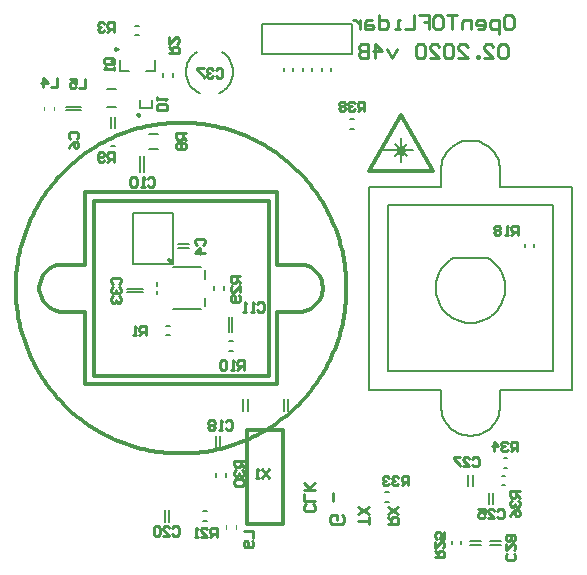
<source format=gbo>
G04 Layer_Color=11599871*
%FSLAX44Y44*%
%MOMM*%
G71*
G01*
G75*
%ADD44C,0.3000*%
%ADD45C,0.2000*%
%ADD71C,0.2500*%
%ADD73C,0.1270*%
%ADD74C,0.1016*%
%ADD75C,0.2540*%
%ADD77C,0.3500*%
%ADD127C,0.4064*%
%ADD128C,0.2032*%
%ADD129C,0.3556*%
D44*
X43000Y-220000D02*
X40493Y-220158D01*
X38026Y-220628D01*
X35638Y-221404D01*
X33365Y-222474D01*
X31244Y-223820D01*
X29309Y-225421D01*
X27590Y-227251D01*
X26113Y-229284D01*
X24904Y-231484D01*
X23979Y-233820D01*
X23354Y-236252D01*
X23040Y-238744D01*
Y-241256D01*
X23354Y-243748D01*
X23979Y-246180D01*
X24903Y-248516D01*
X26113Y-250716D01*
X27590Y-252749D01*
X29309Y-254579D01*
X31244Y-256180D01*
X33365Y-257526D01*
X35638Y-258596D01*
X38026Y-259372D01*
X40493Y-259842D01*
X43000Y-260000D01*
X243000D02*
X245507Y-259842D01*
X247974Y-259372D01*
X250362Y-258596D01*
X252635Y-257526D01*
X254756Y-256180D01*
X256691Y-254579D01*
X258410Y-252749D01*
X259887Y-250716D01*
X261097Y-248516D01*
X262021Y-246180D01*
X262646Y-243748D01*
X262960Y-241256D01*
Y-238744D01*
X262646Y-236252D01*
X262021Y-233820D01*
X261096Y-231484D01*
X259886Y-229283D01*
X258410Y-227251D01*
X256691Y-225421D01*
X254756Y-223820D01*
X252635Y-222474D01*
X250362Y-221404D01*
X247974Y-220628D01*
X245507Y-220158D01*
X243000Y-220000D01*
X283000Y-240000D02*
X282977Y-237458D01*
X282908Y-234916D01*
X282792Y-232377D01*
X282631Y-229840D01*
X282423Y-227306D01*
X282170Y-224776D01*
X281870Y-222252D01*
X281525Y-219733D01*
X281134Y-217221D01*
X280698Y-214716D01*
X280216Y-212220D01*
X279689Y-209733D01*
X279117Y-207256D01*
X278500Y-204790D01*
X277838Y-202335D01*
X277132Y-199893D01*
X276382Y-197464D01*
X275587Y-195049D01*
X274749Y-192649D01*
X273867Y-190264D01*
X272943Y-187896D01*
X271975Y-185545D01*
X270965Y-183212D01*
X269913Y-180898D01*
X268819Y-178603D01*
X267683Y-176328D01*
X266506Y-174074D01*
X265289Y-171843D01*
X264031Y-169633D01*
X262733Y-167447D01*
X261396Y-165285D01*
X260020Y-163147D01*
X258605Y-161035D01*
X257152Y-158949D01*
X255662Y-156889D01*
X254134Y-154858D01*
X252570Y-152853D01*
X250969Y-150878D01*
X249333Y-148932D01*
X247662Y-147016D01*
X245956Y-145131D01*
X244216Y-143278D01*
X242443Y-141455D01*
X240637Y-139666D01*
X238799Y-137910D01*
X236930Y-136187D01*
X235029Y-134498D01*
X233098Y-132845D01*
X231138Y-131226D01*
X229148Y-129644D01*
X227130Y-128098D01*
X225084Y-126588D01*
X223011Y-125117D01*
X220912Y-123683D01*
X218787Y-122287D01*
X216637Y-120930D01*
X214463Y-119613D01*
X212265Y-118335D01*
X210044Y-117097D01*
X207801Y-115900D01*
X205537Y-114744D01*
X203252Y-113629D01*
X200948Y-112556D01*
X198624Y-111524D01*
X196282Y-110536D01*
X193922Y-109589D01*
X191546Y-108686D01*
X189153Y-107826D01*
X186746Y-107010D01*
X184324Y-106238D01*
X181888Y-105509D01*
X179439Y-104825D01*
X176979Y-104186D01*
X174507Y-103591D01*
X172025Y-103042D01*
X169533Y-102537D01*
X167033Y-102078D01*
X164524Y-101664D01*
X162009Y-101297D01*
X159487Y-100974D01*
X156960Y-100698D01*
X154428Y-100467D01*
X151892Y-100283D01*
X149354Y-100144D01*
X146813Y-100052D01*
X144271Y-100006D01*
X141729D01*
X139187Y-100052D01*
X136647Y-100144D01*
X134108Y-100283D01*
X131573Y-100467D01*
X129041Y-100698D01*
X126514Y-100974D01*
X123992Y-101296D01*
X121476Y-101664D01*
X118968Y-102078D01*
X116467Y-102537D01*
X113976Y-103042D01*
X111493Y-103591D01*
X109022Y-104186D01*
X106561Y-104825D01*
X104113Y-105509D01*
X101677Y-106238D01*
X99255Y-107010D01*
X96847Y-107826D01*
X94454Y-108686D01*
X92078Y-109589D01*
X89718Y-110535D01*
X87376Y-111524D01*
X85053Y-112556D01*
X82748Y-113629D01*
X80463Y-114744D01*
X78199Y-115900D01*
X75956Y-117097D01*
X73736Y-118335D01*
X71538Y-119613D01*
X69363Y-120930D01*
X67214Y-122287D01*
X65089Y-123682D01*
X62989Y-125116D01*
X60916Y-126588D01*
X58871Y-128097D01*
X56852Y-129643D01*
X54863Y-131226D01*
X52902Y-132844D01*
X50971Y-134498D01*
X49071Y-136187D01*
X47201Y-137909D01*
X45363Y-139666D01*
X43557Y-141455D01*
X41784Y-143277D01*
X40044Y-145131D01*
X38339Y-147016D01*
X36667Y-148932D01*
X35031Y-150878D01*
X33431Y-152853D01*
X31866Y-154857D01*
X30339Y-156889D01*
X28848Y-158949D01*
X27395Y-161035D01*
X25980Y-163147D01*
X24604Y-165285D01*
X23267Y-167447D01*
X21969Y-169633D01*
X20711Y-171842D01*
X19494Y-174074D01*
X18317Y-176328D01*
X17181Y-178602D01*
X16087Y-180897D01*
X15035Y-183211D01*
X14025Y-185544D01*
X13057Y-187896D01*
X12133Y-190264D01*
X11251Y-192648D01*
X10413Y-195048D01*
X9618Y-197463D01*
X8868Y-199892D01*
X8162Y-202335D01*
X7500Y-204789D01*
X6883Y-207256D01*
X6311Y-209733D01*
X5784Y-212220D01*
X5302Y-214716D01*
X4866Y-217221D01*
X4475Y-219733D01*
X4130Y-222251D01*
X3830Y-224776D01*
X3577Y-227306D01*
X3369Y-229839D01*
X3208Y-232377D01*
X3092Y-234916D01*
X3023Y-237458D01*
X3000Y-240000D01*
X3023Y-242542D01*
X3092Y-245084D01*
X3208Y-247623D01*
X3369Y-250160D01*
X3577Y-252694D01*
X3830Y-255224D01*
X4130Y-257748D01*
X4475Y-260267D01*
X4866Y-262779D01*
X5302Y-265284D01*
X5784Y-267780D01*
X6311Y-270267D01*
X6883Y-272744D01*
X7500Y-275210D01*
X8162Y-277665D01*
X8868Y-280107D01*
X9618Y-282536D01*
X10413Y-284951D01*
X11251Y-287352D01*
X12133Y-289736D01*
X13057Y-292104D01*
X14025Y-294455D01*
X15035Y-296788D01*
X16087Y-299103D01*
X17181Y-301397D01*
X18317Y-303672D01*
X19494Y-305926D01*
X20711Y-308157D01*
X21969Y-310367D01*
X23267Y-312553D01*
X24604Y-314715D01*
X25980Y-316853D01*
X27395Y-318965D01*
X28848Y-321051D01*
X30338Y-323111D01*
X31866Y-325143D01*
X33431Y-327147D01*
X35031Y-329122D01*
X36667Y-331068D01*
X38338Y-332984D01*
X40044Y-334869D01*
X41784Y-336723D01*
X43557Y-338545D01*
X45363Y-340334D01*
X47201Y-342091D01*
X49070Y-343813D01*
X50971Y-345502D01*
X52902Y-347156D01*
X54862Y-348774D01*
X56852Y-350356D01*
X58870Y-351903D01*
X60916Y-353412D01*
X62989Y-354884D01*
X65088Y-356318D01*
X67213Y-357713D01*
X69363Y-359070D01*
X71538Y-360387D01*
X73736Y-361665D01*
X75956Y-362903D01*
X78199Y-364100D01*
X80463Y-365256D01*
X82748Y-366371D01*
X85053Y-367444D01*
X87376Y-368476D01*
X89719Y-369465D01*
X92078Y-370411D01*
X94455Y-371314D01*
X96847Y-372174D01*
X99255Y-372990D01*
X101677Y-373763D01*
X104113Y-374491D01*
X106561Y-375175D01*
X109022Y-375814D01*
X111494Y-376409D01*
X113976Y-376958D01*
X116468Y-377463D01*
X118968Y-377922D01*
X121476Y-378336D01*
X123992Y-378704D01*
X126514Y-379026D01*
X129041Y-379302D01*
X131573Y-379533D01*
X134108Y-379717D01*
X136647Y-379856D01*
X139188Y-379948D01*
X141729Y-379994D01*
X144272D01*
X146814Y-379948D01*
X149354Y-379856D01*
X151893Y-379717D01*
X154429Y-379533D01*
X156960Y-379302D01*
X159487Y-379026D01*
X162009Y-378703D01*
X164525Y-378335D01*
X167033Y-377922D01*
X169534Y-377463D01*
X172026Y-376958D01*
X174508Y-376409D01*
X176980Y-375814D01*
X179440Y-375174D01*
X181889Y-374490D01*
X184324Y-373762D01*
X186747Y-372990D01*
X189154Y-372173D01*
X191547Y-371314D01*
X193923Y-370410D01*
X196283Y-369464D01*
X198625Y-368475D01*
X200949Y-367444D01*
X203253Y-366371D01*
X205538Y-365256D01*
X207802Y-364100D01*
X210045Y-362902D01*
X212266Y-361665D01*
X214464Y-360387D01*
X216638Y-359069D01*
X218788Y-357713D01*
X220913Y-356317D01*
X223012Y-354883D01*
X225085Y-353411D01*
X227131Y-351902D01*
X229149Y-350356D01*
X231139Y-348773D01*
X233099Y-347155D01*
X235030Y-345501D01*
X236931Y-343812D01*
X238800Y-342090D01*
X240638Y-340333D01*
X242444Y-338544D01*
X244217Y-336722D01*
X245957Y-334868D01*
X247662Y-332983D01*
X249334Y-331067D01*
X250970Y-329121D01*
X252570Y-327146D01*
X254135Y-325142D01*
X255662Y-323110D01*
X257153Y-321050D01*
X258606Y-318964D01*
X260021Y-316852D01*
X261397Y-314714D01*
X262734Y-312552D01*
X264032Y-310366D01*
X265289Y-308156D01*
X266507Y-305924D01*
X267684Y-303671D01*
X268819Y-301396D01*
X269914Y-299101D01*
X270966Y-296787D01*
X271976Y-294454D01*
X272943Y-292103D01*
X273868Y-289735D01*
X274750Y-287350D01*
X275588Y-284950D01*
X276382Y-282535D01*
X277132Y-280106D01*
X277839Y-277664D01*
X278500Y-275209D01*
X279117Y-272743D01*
X279689Y-270266D01*
X280216Y-267779D01*
X280698Y-265282D01*
X281135Y-262778D01*
X281525Y-260266D01*
X281871Y-257747D01*
X282170Y-255222D01*
X282423Y-252693D01*
X282631Y-250159D01*
X282792Y-247622D01*
X282908Y-245082D01*
X282977Y-242541D01*
X283000Y-240000D01*
X43000Y-220000D02*
X62000D01*
X43000Y-260000D02*
X62000D01*
Y-321000D02*
Y-260000D01*
Y-220000D02*
Y-159000D01*
X224000Y-220000D02*
Y-159000D01*
Y-321000D02*
Y-260000D01*
X62000Y-321000D02*
X224000D01*
Y-260000D02*
X243000D01*
X224000Y-220000D02*
X243000D01*
X217000Y-314000D02*
Y-166000D01*
X69000Y-314000D02*
Y-166000D01*
X217000D01*
X69000Y-314000D02*
X217000D01*
X62000Y-159000D02*
X224000D01*
X229000Y-440000D02*
Y-360000D01*
X199000Y-440000D02*
Y-360000D01*
Y-440000D02*
X229000D01*
X199000Y-360000D02*
X229000D01*
X133000Y-216000D02*
X135000Y-218000D01*
D45*
X363000Y-340000D02*
X363128Y-342529D01*
X363512Y-345033D01*
X364147Y-347484D01*
X365026Y-349859D01*
X366141Y-352133D01*
X367481Y-354282D01*
X369031Y-356284D01*
X370776Y-358120D01*
X372697Y-359769D01*
X374776Y-361216D01*
X376990Y-362445D01*
X379317Y-363444D01*
X381734Y-364202D01*
X384214Y-364712D01*
X386734Y-364968D01*
X389266D01*
X391786Y-364712D01*
X394266Y-364202D01*
X396683Y-363444D01*
X399010Y-362445D01*
X401224Y-361216D01*
X403303Y-359769D01*
X405224Y-358120D01*
X406969Y-356284D01*
X408519Y-354282D01*
X409859Y-352132D01*
X410974Y-349859D01*
X411853Y-347484D01*
X412488Y-345032D01*
X412872Y-342529D01*
X413000Y-340000D01*
Y-140000D02*
X412872Y-137471D01*
X412488Y-134967D01*
X411853Y-132516D01*
X410974Y-130141D01*
X409859Y-127867D01*
X408519Y-125718D01*
X406969Y-123716D01*
X405224Y-121880D01*
X403303Y-120231D01*
X401224Y-118784D01*
X399010Y-117555D01*
X396683Y-116556D01*
X394266Y-115798D01*
X391786Y-115288D01*
X389266Y-115032D01*
X386734D01*
X384214Y-115288D01*
X381734Y-115798D01*
X379317Y-116556D01*
X376990Y-117555D01*
X374776Y-118784D01*
X372697Y-120231D01*
X370776Y-121880D01*
X369031Y-123716D01*
X367481Y-125718D01*
X366141Y-127867D01*
X365026Y-130141D01*
X364146Y-132516D01*
X363512Y-134967D01*
X363128Y-137471D01*
X363000Y-140000D01*
X373043Y-214573D02*
X370924Y-215944D01*
X368931Y-217492D01*
X367077Y-219204D01*
X365376Y-221068D01*
X363841Y-223071D01*
X362483Y-225198D01*
X361311Y-227432D01*
X360335Y-229760D01*
X359561Y-232161D01*
X358995Y-234621D01*
X358641Y-237119D01*
X358502Y-239639D01*
X358579Y-242161D01*
X358872Y-244668D01*
X359377Y-247140D01*
X360092Y-249560D01*
X361011Y-251910D01*
X362128Y-254174D01*
X363434Y-256333D01*
X364920Y-258373D01*
X366575Y-260278D01*
X368386Y-262035D01*
X370341Y-263631D01*
X372425Y-265053D01*
X374623Y-266293D01*
X376919Y-267340D01*
X379296Y-268187D01*
X381737Y-268828D01*
X384224Y-269257D01*
X386738Y-269473D01*
X389262D01*
X391776Y-269257D01*
X394263Y-268828D01*
X396704Y-268187D01*
X399081Y-267340D01*
X401377Y-266293D01*
X403575Y-265053D01*
X405659Y-263631D01*
X407614Y-262035D01*
X409426Y-260278D01*
X411080Y-258373D01*
X412566Y-256333D01*
X413872Y-254174D01*
X414989Y-251910D01*
X415908Y-249560D01*
X416623Y-247140D01*
X417128Y-244668D01*
X417421Y-242161D01*
X417498Y-239639D01*
X417359Y-237119D01*
X417005Y-234621D01*
X416440Y-232161D01*
X415666Y-229759D01*
X414689Y-227432D01*
X413517Y-225198D01*
X412159Y-223071D01*
X410624Y-221068D01*
X408923Y-219204D01*
X407069Y-217492D01*
X405075Y-215944D01*
X402957Y-214573D01*
X175317Y-75189D02*
X177540Y-73998D01*
X179595Y-72536D01*
X181450Y-70827D01*
X183076Y-68899D01*
X184445Y-66781D01*
X185538Y-64507D01*
X186335Y-62115D01*
X186825Y-59640D01*
X187000Y-57124D01*
X186856Y-54606D01*
X186397Y-52126D01*
X185630Y-49724D01*
X184566Y-47437D01*
X183222Y-45302D01*
X181621Y-43354D01*
X179787Y-41622D01*
X177750Y-40135D01*
X156250Y-40135D02*
X154213Y-41622D01*
X152379Y-43354D01*
X150778Y-45302D01*
X149435Y-47437D01*
X148371Y-49724D01*
X147603Y-52126D01*
X147144Y-54606D01*
X147000Y-57124D01*
X147175Y-59640D01*
X147665Y-62115D01*
X148462Y-64507D01*
X149555Y-66781D01*
X150924Y-68899D01*
X152550Y-70827D01*
X154405Y-72536D01*
X156460Y-73998D01*
X158683Y-75189D01*
X318000Y-310000D02*
Y-170000D01*
X458000Y-310000D02*
Y-170000D01*
X318000Y-310000D02*
X458000D01*
X302000Y-154000D02*
X363000D01*
X413000D02*
X474000D01*
X413000Y-326000D02*
X474000D01*
Y-154000D01*
X318000Y-170000D02*
X458000D01*
X413000Y-340000D02*
Y-326000D01*
X363000Y-340000D02*
Y-326000D01*
Y-154000D02*
Y-140000D01*
X413000Y-154000D02*
Y-140000D01*
X302000Y-326000D02*
X363000D01*
X302000D02*
Y-154000D01*
X373000Y-214500D02*
X403000D01*
X107920Y-87540D02*
X118080D01*
X80000Y-71000D02*
X88000D01*
X80000Y-87000D02*
X88000D01*
X91000Y-56000D02*
Y-47000D01*
Y-56000D02*
X99000D01*
X121000D02*
Y-47000D01*
X113000Y-56000D02*
X121000D01*
X123000Y-245000D02*
Y-242000D01*
X136000Y-222500D02*
X160000D01*
X136000Y-257500D02*
X160000D01*
X163000Y-255000D02*
Y-248000D01*
Y-232000D02*
Y-225000D01*
X123000Y-238000D02*
Y-235000D01*
X211900Y-41700D02*
Y-16300D01*
Y-41700D02*
X288100D01*
Y-16300D01*
X211900D02*
X288100D01*
D71*
X89250Y-37500D02*
X87375Y-36418D01*
Y-38582D01*
X89250Y-37500D01*
D73*
X415976Y-392064D02*
X419024D01*
X415976Y-383936D02*
X419024D01*
X433936Y-205524D02*
Y-202476D01*
X442064Y-205524D02*
Y-202476D01*
X170936Y-241524D02*
Y-238476D01*
X179064Y-241524D02*
Y-238476D01*
X130476Y-271936D02*
X133524D01*
X130476Y-280064D02*
X133524D01*
X186496Y-277512D02*
Y-264488D01*
X183504Y-277512D02*
Y-264488D01*
X183476Y-284936D02*
X186524D01*
X183476Y-293064D02*
X186524D01*
X108504Y-141512D02*
Y-128488D01*
X111496Y-141512D02*
Y-128488D01*
X116190Y-109650D02*
X123810D01*
X116190Y-122350D02*
X123810D01*
X83976Y-120064D02*
X87024D01*
X83976Y-111936D02*
X87024D01*
X83722Y-104762D02*
Y-95238D01*
X87278Y-104762D02*
Y-95238D01*
X118080Y-87540D02*
Y-80500D01*
X107920Y-87540D02*
Y-80500D01*
X45488Y-86504D02*
X58512D01*
X45488Y-89496D02*
X58512D01*
X103976Y-17936D02*
X107024D01*
X103976Y-26064D02*
X107024D01*
X127936Y-61024D02*
Y-57976D01*
X136064Y-61024D02*
Y-57976D01*
X229722Y-343762D02*
Y-334238D01*
X233278Y-343762D02*
Y-334238D01*
X199278Y-343762D02*
Y-334238D01*
X195722Y-343762D02*
Y-334238D01*
X176278Y-374762D02*
Y-365238D01*
X172722Y-374762D02*
Y-365238D01*
X132778Y-437762D02*
Y-428238D01*
X129222Y-437762D02*
Y-428238D01*
X172936Y-399524D02*
Y-396476D01*
X181064Y-399524D02*
Y-396476D01*
X161476Y-437064D02*
X164524D01*
X161476Y-428936D02*
X164524D01*
X404238Y-457278D02*
X413762D01*
X404238Y-453722D02*
X413762D01*
X407278Y-422762D02*
Y-413238D01*
X403722Y-422762D02*
Y-413238D01*
X387238Y-457278D02*
X396762D01*
X387238Y-453722D02*
X396762D01*
X380064Y-457024D02*
Y-453976D01*
X371936Y-457024D02*
Y-453976D01*
X389778Y-407762D02*
Y-398238D01*
X386222Y-407762D02*
Y-398238D01*
X315976Y-412936D02*
X319024D01*
X315976Y-421064D02*
X319024D01*
X140238Y-206278D02*
X149762D01*
X140238Y-202722D02*
X149762D01*
X97488Y-240504D02*
X110512D01*
X97488Y-243496D02*
X110512D01*
X238064Y-56524D02*
Y-53476D01*
X229936Y-56524D02*
Y-53476D01*
X254064Y-56524D02*
Y-53476D01*
X245936Y-56524D02*
Y-53476D01*
X270064Y-56524D02*
Y-53476D01*
X261936Y-56524D02*
Y-53476D01*
X285976Y-105064D02*
X289024D01*
X285976Y-96936D02*
X289024D01*
X414476Y-398936D02*
X417524D01*
X414476Y-407064D02*
X417524D01*
D74*
X35064Y-89524D02*
Y-86476D01*
X26936Y-89524D02*
Y-86476D01*
X180936Y-443524D02*
Y-440476D01*
X189064Y-443524D02*
Y-440476D01*
D75*
X271250Y-420000D02*
Y-413750D01*
X418467Y-8974D02*
X422466D01*
X424465Y-10973D01*
Y-18971D01*
X422466Y-20970D01*
X418467D01*
X416468Y-18971D01*
Y-10973D01*
X418467Y-8974D01*
X412469Y-24969D02*
Y-12973D01*
X406471D01*
X404472Y-14972D01*
Y-18971D01*
X406471Y-20970D01*
X412469D01*
X394475D02*
X398474D01*
X400473Y-18971D01*
Y-14972D01*
X398474Y-12973D01*
X394475D01*
X392476Y-14972D01*
Y-16971D01*
X400473D01*
X388477Y-20970D02*
Y-12973D01*
X382479D01*
X380480Y-14972D01*
Y-20970D01*
X376481Y-8974D02*
X368484D01*
X372482D01*
Y-20970D01*
X358487Y-8974D02*
X362486D01*
X364485Y-10973D01*
Y-18971D01*
X362486Y-20970D01*
X358487D01*
X356488Y-18971D01*
Y-10973D01*
X358487Y-8974D01*
X344491D02*
X352489D01*
Y-14972D01*
X348490D01*
X352489D01*
Y-20970D01*
X340493Y-8974D02*
Y-20970D01*
X332495D01*
X328497D02*
X324498D01*
X326497D01*
Y-12973D01*
X328497D01*
X310502Y-8974D02*
Y-20970D01*
X316500D01*
X318500Y-18971D01*
Y-14972D01*
X316500Y-12973D01*
X310502D01*
X304504D02*
X300506D01*
X298506Y-14972D01*
Y-20970D01*
X304504D01*
X306504Y-18971D01*
X304504Y-16971D01*
X298506D01*
X294508Y-12973D02*
Y-20970D01*
Y-16971D01*
X292508Y-14972D01*
X290509Y-12973D01*
X288510D01*
X419467Y-35463D02*
X417468Y-33464D01*
X413469D01*
X411470Y-35463D01*
Y-43461D01*
X413469Y-45460D01*
X417468D01*
X419467Y-43461D01*
Y-35463D01*
X399474Y-45460D02*
X407471D01*
X399474Y-37463D01*
Y-35463D01*
X401473Y-33464D01*
X405472D01*
X407471Y-35463D01*
X395475Y-45460D02*
Y-43461D01*
X393475D01*
Y-45460D01*
X395475D01*
X377481D02*
X385478D01*
X377481Y-37463D01*
Y-35463D01*
X379480Y-33464D01*
X383479D01*
X385478Y-35463D01*
X373482D02*
X371483Y-33464D01*
X367484D01*
X365485Y-35463D01*
Y-43461D01*
X367484Y-45460D01*
X371483D01*
X373482Y-43461D01*
Y-35463D01*
X353488Y-45460D02*
X361486D01*
X353488Y-37463D01*
Y-35463D01*
X355488Y-33464D01*
X359487D01*
X361486Y-35463D01*
X349490D02*
X347490Y-33464D01*
X343492D01*
X341492Y-35463D01*
Y-43461D01*
X343492Y-45460D01*
X347490D01*
X349490Y-43461D01*
Y-35463D01*
X325498Y-37463D02*
X321499Y-45460D01*
X317500Y-37463D01*
X307503Y-45460D02*
Y-33464D01*
X313501Y-39462D01*
X305504D01*
X301505Y-33464D02*
Y-45460D01*
X295507D01*
X293508Y-43461D01*
Y-41461D01*
X295507Y-39462D01*
X301505D01*
X295507D01*
X293508Y-37463D01*
Y-35463D01*
X295507Y-33464D01*
X301505D01*
X427500Y-378000D02*
Y-370003D01*
X423501D01*
X422168Y-371335D01*
Y-374001D01*
X423501Y-375334D01*
X427500D01*
X424834D02*
X422168Y-378000D01*
X419503Y-371335D02*
X418170Y-370003D01*
X415504D01*
X414171Y-371335D01*
Y-372668D01*
X415504Y-374001D01*
X416837D01*
X415504D01*
X414171Y-375334D01*
Y-376667D01*
X415504Y-378000D01*
X418170D01*
X419503Y-376667D01*
X407506Y-378000D02*
Y-370003D01*
X411505Y-374001D01*
X406174D01*
X156335Y-203332D02*
X155003Y-201999D01*
Y-199333D01*
X156335Y-198000D01*
X161667D01*
X163000Y-199333D01*
Y-201999D01*
X161667Y-203332D01*
X163000Y-209996D02*
X155003D01*
X159001Y-205997D01*
Y-211329D01*
X49335Y-113332D02*
X48003Y-111999D01*
Y-109333D01*
X49335Y-108000D01*
X54667D01*
X56000Y-109333D01*
Y-111999D01*
X54667Y-113332D01*
X48003Y-121329D02*
X49335Y-118663D01*
X52001Y-115997D01*
X54667D01*
X56000Y-117330D01*
Y-119996D01*
X54667Y-121329D01*
X53334D01*
X52001Y-119996D01*
Y-115997D01*
X114668Y-147336D02*
X116001Y-146003D01*
X118667D01*
X120000Y-147336D01*
Y-152667D01*
X118667Y-154000D01*
X116001D01*
X114668Y-152667D01*
X112003Y-154000D02*
X109337D01*
X110670D01*
Y-146003D01*
X112003Y-147336D01*
X105338D02*
X104005Y-146003D01*
X101339D01*
X100007Y-147336D01*
Y-152667D01*
X101339Y-154000D01*
X104005D01*
X105338Y-152667D01*
Y-147336D01*
X207668Y-253335D02*
X209001Y-252003D01*
X211667D01*
X213000Y-253335D01*
Y-258667D01*
X211667Y-260000D01*
X209001D01*
X207668Y-258667D01*
X205003Y-260000D02*
X202337D01*
X203670D01*
Y-252003D01*
X205003Y-253335D01*
X198338Y-260000D02*
X195672D01*
X197005D01*
Y-252003D01*
X198338Y-253335D01*
X180668Y-353335D02*
X182001Y-352003D01*
X184667D01*
X186000Y-353335D01*
Y-358667D01*
X184667Y-360000D01*
X182001D01*
X180668Y-358667D01*
X178003Y-360000D02*
X175337D01*
X176670D01*
Y-352003D01*
X178003Y-353335D01*
X171338D02*
X170005Y-352003D01*
X167339D01*
X166006Y-353335D01*
Y-354668D01*
X167339Y-356001D01*
X166006Y-357334D01*
Y-358667D01*
X167339Y-360000D01*
X170005D01*
X171338Y-358667D01*
Y-357334D01*
X170005Y-356001D01*
X171338Y-354668D01*
Y-353335D01*
X170005Y-356001D02*
X167339D01*
X135668Y-442836D02*
X137001Y-441503D01*
X139667D01*
X141000Y-442836D01*
Y-448167D01*
X139667Y-449500D01*
X137001D01*
X135668Y-448167D01*
X127671Y-449500D02*
X133003D01*
X127671Y-444169D01*
Y-442836D01*
X129004Y-441503D01*
X131670D01*
X133003Y-442836D01*
X125005D02*
X123672Y-441503D01*
X121006D01*
X119674Y-442836D01*
Y-448167D01*
X121006Y-449500D01*
X123672D01*
X125005Y-448167D01*
Y-442836D01*
X410668Y-428335D02*
X412001Y-427003D01*
X414667D01*
X416000Y-428335D01*
Y-433667D01*
X414667Y-435000D01*
X412001D01*
X410668Y-433667D01*
X402671Y-435000D02*
X408003D01*
X402671Y-429668D01*
Y-428335D01*
X404004Y-427003D01*
X406670D01*
X408003Y-428335D01*
X394674Y-427003D02*
X400005D01*
Y-431001D01*
X397339Y-429668D01*
X396006D01*
X394674Y-431001D01*
Y-433667D01*
X396006Y-435000D01*
X398672D01*
X400005Y-433667D01*
X389668Y-384336D02*
X391001Y-383003D01*
X393667D01*
X395000Y-384336D01*
Y-389667D01*
X393667Y-391000D01*
X391001D01*
X389668Y-389667D01*
X381671Y-391000D02*
X387003D01*
X381671Y-385668D01*
Y-384336D01*
X383004Y-383003D01*
X385670D01*
X387003Y-384336D01*
X379005Y-383003D02*
X373674D01*
Y-384336D01*
X379005Y-389667D01*
Y-391000D01*
X424664Y-464668D02*
X425997Y-466001D01*
Y-468667D01*
X424664Y-470000D01*
X419333D01*
X418000Y-468667D01*
Y-466001D01*
X419333Y-464668D01*
X418000Y-456671D02*
Y-462003D01*
X423332Y-456671D01*
X424664D01*
X425997Y-458004D01*
Y-460670D01*
X424664Y-462003D01*
Y-454005D02*
X425997Y-452672D01*
Y-450006D01*
X424664Y-448674D01*
X423332D01*
X421999Y-450006D01*
X420666Y-448674D01*
X419333D01*
X418000Y-450006D01*
Y-452672D01*
X419333Y-454005D01*
X420666D01*
X421999Y-452672D01*
X423332Y-454005D01*
X424664D01*
X421999Y-452672D02*
Y-450006D01*
X38000Y-62003D02*
Y-70000D01*
X32668D01*
X26004D02*
Y-62003D01*
X30003Y-66001D01*
X24671D01*
X62000Y-62919D02*
Y-70917D01*
X56668D01*
X48671Y-62919D02*
X54003D01*
Y-66918D01*
X51337Y-65585D01*
X50004D01*
X48671Y-66918D01*
Y-69584D01*
X50004Y-70917D01*
X52670D01*
X54003Y-69584D01*
X196003Y-446000D02*
X204000D01*
Y-451332D01*
X202667Y-453997D02*
X204000Y-455330D01*
Y-457996D01*
X202667Y-459329D01*
X197335D01*
X196003Y-457996D01*
Y-455330D01*
X197335Y-453997D01*
X198668D01*
X200001Y-455330D01*
Y-459329D01*
X84667Y-50332D02*
X79335D01*
X78003Y-48999D01*
Y-46333D01*
X79335Y-45000D01*
X84667D01*
X86000Y-46333D01*
Y-48999D01*
X83334Y-47666D02*
X86000Y-50332D01*
Y-48999D02*
X84667Y-50332D01*
X86000Y-52997D02*
Y-55663D01*
Y-54330D01*
X78003D01*
X79335Y-52997D01*
X113000Y-280000D02*
Y-272003D01*
X109001D01*
X107668Y-273335D01*
Y-276001D01*
X109001Y-277334D01*
X113000D01*
X110334D02*
X107668Y-280000D01*
X105003D02*
X102337D01*
X103670D01*
Y-272003D01*
X105003Y-273335D01*
X133000Y-41000D02*
X140997D01*
Y-37001D01*
X139664Y-35668D01*
X136999D01*
X135666Y-37001D01*
Y-41000D01*
Y-38334D02*
X133000Y-35668D01*
Y-27671D02*
Y-33003D01*
X138332Y-27671D01*
X139664D01*
X140997Y-29004D01*
Y-31670D01*
X139664Y-33003D01*
X86000Y-23000D02*
Y-15003D01*
X82001D01*
X80668Y-16336D01*
Y-19001D01*
X82001Y-20334D01*
X86000D01*
X83334D02*
X80668Y-23000D01*
X78003Y-16336D02*
X76670Y-15003D01*
X74004D01*
X72671Y-16336D01*
Y-17668D01*
X74004Y-19001D01*
X75337D01*
X74004D01*
X72671Y-20334D01*
Y-21667D01*
X74004Y-23000D01*
X76670D01*
X78003Y-21667D01*
X147000Y-109000D02*
X139003D01*
Y-112999D01*
X140336Y-114332D01*
X143001D01*
X144334Y-112999D01*
Y-109000D01*
Y-111666D02*
X147000Y-114332D01*
X140336Y-116997D02*
X139003Y-118330D01*
Y-120996D01*
X140336Y-122329D01*
X141668D01*
X143001Y-120996D01*
X144334Y-122329D01*
X145667D01*
X147000Y-120996D01*
Y-118330D01*
X145667Y-116997D01*
X144334D01*
X143001Y-118330D01*
X141668Y-116997D01*
X140336D01*
X143001Y-118330D02*
Y-120996D01*
X86000Y-133000D02*
Y-125003D01*
X82001D01*
X80668Y-126335D01*
Y-129001D01*
X82001Y-130334D01*
X86000D01*
X83334D02*
X80668Y-133000D01*
X78003Y-131667D02*
X76670Y-133000D01*
X74004D01*
X72671Y-131667D01*
Y-126335D01*
X74004Y-125003D01*
X76670D01*
X78003Y-126335D01*
Y-127668D01*
X76670Y-129001D01*
X72671D01*
X196000Y-309000D02*
Y-301003D01*
X192001D01*
X190668Y-302335D01*
Y-305001D01*
X192001Y-306334D01*
X196000D01*
X193334D02*
X190668Y-309000D01*
X188003D02*
X185337D01*
X186670D01*
Y-301003D01*
X188003Y-302335D01*
X181338D02*
X180005Y-301003D01*
X177339D01*
X176006Y-302335D01*
Y-307667D01*
X177339Y-309000D01*
X180005D01*
X181338Y-307667D01*
Y-302335D01*
X428000Y-195000D02*
Y-187003D01*
X424001D01*
X422668Y-188335D01*
Y-191001D01*
X424001Y-192334D01*
X428000D01*
X425334D02*
X422668Y-195000D01*
X420003D02*
X417337D01*
X418670D01*
Y-187003D01*
X420003Y-188335D01*
X413338D02*
X412005Y-187003D01*
X409339D01*
X408006Y-188335D01*
Y-189668D01*
X409339Y-191001D01*
X408006Y-192334D01*
Y-193667D01*
X409339Y-195000D01*
X412005D01*
X413338Y-193667D01*
Y-192334D01*
X412005Y-191001D01*
X413338Y-189668D01*
Y-188335D01*
X412005Y-191001D02*
X409339D01*
X173000Y-451000D02*
Y-443003D01*
X169001D01*
X167668Y-444336D01*
Y-447001D01*
X169001Y-448334D01*
X173000D01*
X170334D02*
X167668Y-451000D01*
X159671D02*
X165003D01*
X159671Y-445668D01*
Y-444336D01*
X161004Y-443003D01*
X163670D01*
X165003Y-444336D01*
X157005Y-451000D02*
X154339D01*
X155672D01*
Y-443003D01*
X157005Y-444336D01*
X358000Y-468000D02*
X365997D01*
Y-464001D01*
X364664Y-462668D01*
X361999D01*
X360666Y-464001D01*
Y-468000D01*
Y-465334D02*
X358000Y-462668D01*
Y-454671D02*
Y-460003D01*
X363332Y-454671D01*
X364664D01*
X365997Y-456004D01*
Y-458670D01*
X364664Y-460003D01*
X365997Y-446674D02*
Y-452005D01*
X361999D01*
X363332Y-449339D01*
Y-448006D01*
X361999Y-446674D01*
X359333D01*
X358000Y-448006D01*
Y-450672D01*
X359333Y-452005D01*
X130997Y-89000D02*
X123000D01*
Y-85001D01*
X124333Y-83668D01*
X129664D01*
X130997Y-85001D01*
Y-89000D01*
X123000Y-81003D02*
Y-78337D01*
Y-79670D01*
X130997D01*
X129664Y-81003D01*
X217000Y-393003D02*
X211668Y-401000D01*
Y-393003D02*
X217000Y-401000D01*
X209003D02*
X206337D01*
X207670D01*
Y-393003D01*
X209003Y-394336D01*
X193000Y-230000D02*
X185003D01*
Y-233999D01*
X186336Y-235332D01*
X189001D01*
X190334Y-233999D01*
Y-230000D01*
Y-232666D02*
X193000Y-235332D01*
Y-243329D02*
Y-237997D01*
X187668Y-243329D01*
X186336D01*
X185003Y-241996D01*
Y-239330D01*
X186336Y-237997D01*
X191667Y-245995D02*
X193000Y-247328D01*
Y-249994D01*
X191667Y-251326D01*
X186336D01*
X185003Y-249994D01*
Y-247328D01*
X186336Y-245995D01*
X187668D01*
X189001Y-247328D01*
Y-251326D01*
X196000Y-386000D02*
X188003D01*
Y-389999D01*
X189335Y-391332D01*
X192001D01*
X193334Y-389999D01*
Y-386000D01*
Y-388666D02*
X196000Y-391332D01*
X189335Y-393997D02*
X188003Y-395330D01*
Y-397996D01*
X189335Y-399329D01*
X190668D01*
X192001Y-397996D01*
Y-396663D01*
Y-397996D01*
X193334Y-399329D01*
X194667D01*
X196000Y-397996D01*
Y-395330D01*
X194667Y-393997D01*
X189335Y-401995D02*
X188003Y-403328D01*
Y-405993D01*
X189335Y-407326D01*
X194667D01*
X196000Y-405993D01*
Y-403328D01*
X194667Y-401995D01*
X189335D01*
X335000Y-407000D02*
Y-399003D01*
X331001D01*
X329668Y-400336D01*
Y-403001D01*
X331001Y-404334D01*
X335000D01*
X332334D02*
X329668Y-407000D01*
X327003Y-400336D02*
X325670Y-399003D01*
X323004D01*
X321671Y-400336D01*
Y-401668D01*
X323004Y-403001D01*
X324337D01*
X323004D01*
X321671Y-404334D01*
Y-405667D01*
X323004Y-407000D01*
X325670D01*
X327003Y-405667D01*
X319005Y-400336D02*
X317672Y-399003D01*
X315006D01*
X313673Y-400336D01*
Y-401668D01*
X315006Y-403001D01*
X316339D01*
X315006D01*
X313673Y-404334D01*
Y-405667D01*
X315006Y-407000D01*
X317672D01*
X319005Y-405667D01*
X85336Y-236332D02*
X84003Y-234999D01*
Y-232333D01*
X85336Y-231000D01*
X90667D01*
X92000Y-232333D01*
Y-234999D01*
X90667Y-236332D01*
X85336Y-238997D02*
X84003Y-240330D01*
Y-242996D01*
X85336Y-244329D01*
X86668D01*
X88001Y-242996D01*
Y-241663D01*
Y-242996D01*
X89334Y-244329D01*
X90667D01*
X92000Y-242996D01*
Y-240330D01*
X90667Y-238997D01*
X85336Y-246995D02*
X84003Y-248328D01*
Y-250994D01*
X85336Y-252326D01*
X86668D01*
X88001Y-250994D01*
Y-249661D01*
Y-250994D01*
X89334Y-252326D01*
X90667D01*
X92000Y-250994D01*
Y-248328D01*
X90667Y-246995D01*
X429500Y-412000D02*
X421503D01*
Y-415999D01*
X422836Y-417332D01*
X425501D01*
X426834Y-415999D01*
Y-412000D01*
Y-414666D02*
X429500Y-417332D01*
X422836Y-419997D02*
X421503Y-421330D01*
Y-423996D01*
X422836Y-425329D01*
X424168D01*
X425501Y-423996D01*
Y-422663D01*
Y-423996D01*
X426834Y-425329D01*
X428167D01*
X429500Y-423996D01*
Y-421330D01*
X428167Y-419997D01*
X421503Y-433326D02*
X422836Y-430661D01*
X425501Y-427995D01*
X428167D01*
X429500Y-429328D01*
Y-431993D01*
X428167Y-433326D01*
X426834D01*
X425501Y-431993D01*
Y-427995D01*
X298000Y-90000D02*
Y-82003D01*
X294001D01*
X292668Y-83336D01*
Y-86001D01*
X294001Y-87334D01*
X298000D01*
X295334D02*
X292668Y-90000D01*
X290003Y-83336D02*
X288670Y-82003D01*
X286004D01*
X284671Y-83336D01*
Y-84668D01*
X286004Y-86001D01*
X287337D01*
X286004D01*
X284671Y-87334D01*
Y-88667D01*
X286004Y-90000D01*
X288670D01*
X290003Y-88667D01*
X282005Y-83336D02*
X280672Y-82003D01*
X278006D01*
X276674Y-83336D01*
Y-84668D01*
X278006Y-86001D01*
X276674Y-87334D01*
Y-88667D01*
X278006Y-90000D01*
X280672D01*
X282005Y-88667D01*
Y-87334D01*
X280672Y-86001D01*
X282005Y-84668D01*
Y-83336D01*
X280672Y-86001D02*
X278006D01*
X172668Y-55335D02*
X174001Y-54003D01*
X176667D01*
X178000Y-55335D01*
Y-60667D01*
X176667Y-62000D01*
X174001D01*
X172668Y-60667D01*
X170003Y-55335D02*
X168670Y-54003D01*
X166004D01*
X164671Y-55335D01*
Y-56668D01*
X166004Y-58001D01*
X167337D01*
X166004D01*
X164671Y-59334D01*
Y-60667D01*
X166004Y-62000D01*
X168670D01*
X170003Y-60667D01*
X162005Y-54003D02*
X156673D01*
Y-55335D01*
X162005Y-60667D01*
Y-62000D01*
X278997Y-432003D02*
X280996Y-434002D01*
Y-438001D01*
X278997Y-440000D01*
X270999D01*
X269000Y-438001D01*
Y-434002D01*
X270999Y-432003D01*
X274998D01*
Y-436001D01*
X254498Y-423002D02*
X255997Y-424501D01*
Y-427500D01*
X254498Y-429000D01*
X248500D01*
X247000Y-427500D01*
Y-424501D01*
X248500Y-423002D01*
X255997Y-420003D02*
X247000D01*
Y-414005D01*
X255997Y-411006D02*
X247000D01*
X249999D01*
X255997Y-405008D01*
X251499Y-409506D01*
X247000Y-405008D01*
X318000Y-440000D02*
X326997D01*
Y-435502D01*
X325498Y-434002D01*
X322499D01*
X320999Y-435502D01*
Y-440000D01*
Y-437001D02*
X318000Y-434002D01*
X326997Y-431003D02*
X318000Y-425005D01*
X326997D02*
X318000Y-431003D01*
X301997Y-440000D02*
Y-434002D01*
Y-437001D01*
X293000D01*
X301997Y-431003D02*
X293000Y-425005D01*
X301997D02*
X293000Y-431003D01*
D77*
X107512Y-93619D02*
X107131Y-94000D01*
X106750Y-93619D01*
X107131Y-93238D01*
X107512Y-93619D01*
D127*
X331032Y-123350D02*
X329628Y-121417D01*
X327356Y-122156D01*
Y-124544D01*
X329628Y-125283D01*
X331032Y-123350D01*
D128*
X329000D02*
X334080Y-118270D01*
X329000Y-123350D02*
Y-113190D01*
Y-133510D02*
Y-123350D01*
X339160D01*
X311220D02*
X329000D01*
X334080Y-128430D01*
X323920Y-118270D02*
X329000Y-123350D01*
X323920Y-128430D02*
X329000Y-123350D01*
X136510Y-219590D02*
Y-176410D01*
X102000Y-219590D02*
X136510D01*
X102000Y-176410D02*
X136510D01*
X102000Y-219590D02*
Y-176410D01*
D129*
X301822Y-140622D02*
X356178D01*
X301822D02*
X329000Y-93548D01*
X356178Y-140622D01*
M02*

</source>
